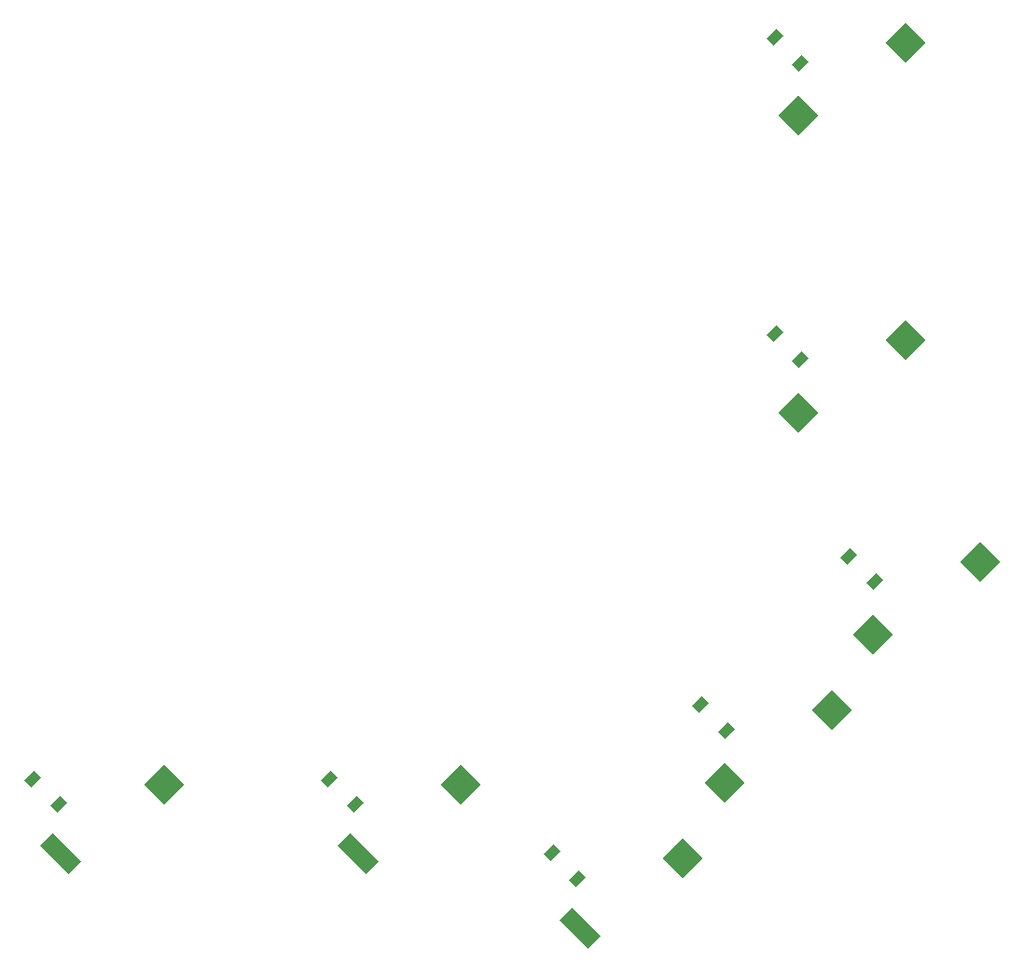
<source format=gbp>
G04 #@! TF.GenerationSoftware,KiCad,Pcbnew,8.0.5*
G04 #@! TF.CreationDate,2024-09-18T07:32:08+09:00*
G04 #@! TF.ProjectId,SandyLP_Middle,53616e64-794c-4505-9f4d-6964646c652e,v.0*
G04 #@! TF.SameCoordinates,Original*
G04 #@! TF.FileFunction,Paste,Bot*
G04 #@! TF.FilePolarity,Positive*
%FSLAX46Y46*%
G04 Gerber Fmt 4.6, Leading zero omitted, Abs format (unit mm)*
G04 Created by KiCad (PCBNEW 8.0.5) date 2024-09-18 07:32:08*
%MOMM*%
%LPD*%
G01*
G04 APERTURE LIST*
G04 Aperture macros list*
%AMRotRect*
0 Rectangle, with rotation*
0 The origin of the aperture is its center*
0 $1 length*
0 $2 width*
0 $3 Rotation angle, in degrees counterclockwise*
0 Add horizontal line*
21,1,$1,$2,0,0,$3*%
G04 Aperture macros list end*
%ADD10RotRect,2.600000X2.600000X45.000000*%
%ADD11RotRect,1.625000X3.600000X45.000000*%
%ADD12RotRect,0.900000X1.200000X315.000000*%
G04 APERTURE END LIST*
D10*
X200343726Y-69346326D03*
X190621008Y-75957774D03*
X193608534Y-22199981D03*
X183885816Y-28811429D03*
X153215088Y-89569608D03*
D11*
X143872440Y-95871697D03*
D10*
X193608534Y-49140750D03*
X183885816Y-55752198D03*
X126256613Y-89551902D03*
D11*
X116913965Y-95853991D03*
D10*
X173402958Y-96287094D03*
D11*
X164060310Y-102589183D03*
D10*
X186873342Y-82816710D03*
X177150624Y-89428158D03*
D12*
X181709253Y-21667441D03*
X184042705Y-24000893D03*
X188444445Y-68813786D03*
X190777897Y-71147238D03*
X174974061Y-82284170D03*
X177307513Y-84617622D03*
X114357332Y-89019362D03*
X116690784Y-91352814D03*
X141298101Y-89019362D03*
X143631553Y-91352814D03*
X161503677Y-95754554D03*
X163837129Y-98088006D03*
X181709253Y-48608210D03*
X184042705Y-50941662D03*
M02*

</source>
